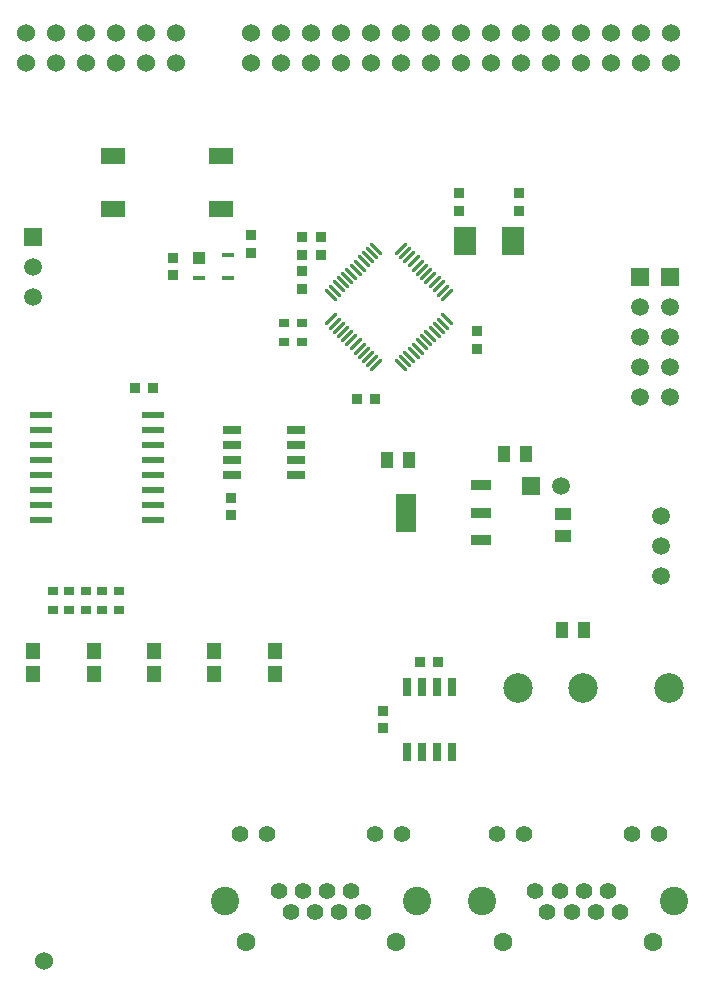
<source format=gbr>
G04*
G04 #@! TF.GenerationSoftware,Altium Limited,Altium Designer,22.4.2 (48)*
G04*
G04 Layer_Color=255*
%FSLAX25Y25*%
%MOIN*%
G70*
G04*
G04 #@! TF.SameCoordinates,486E1BA3-CE48-4A1D-B67F-52F2D9AC8645*
G04*
G04*
G04 #@! TF.FilePolarity,Positive*
G04*
G01*
G75*
%ADD21R,0.03900X0.01500*%
%ADD22R,0.03900X0.03900*%
%ADD23R,0.03937X0.05315*%
%ADD24R,0.05315X0.03937*%
%ADD25R,0.07480X0.09449*%
%ADD26R,0.07378X0.02197*%
%ADD27R,0.06004X0.02559*%
%ADD28R,0.02756X0.06102*%
%ADD29R,0.06890X0.12598*%
%ADD30R,0.06890X0.03740*%
G04:AMPARAMS|DCode=31|XSize=11.81mil|YSize=57.09mil|CornerRadius=0mil|HoleSize=0mil|Usage=FLASHONLY|Rotation=225.000|XOffset=0mil|YOffset=0mil|HoleType=Round|Shape=Round|*
%AMOVALD31*
21,1,0.04528,0.01181,0.00000,0.00000,315.0*
1,1,0.01181,-0.01601,0.01601*
1,1,0.01181,0.01601,-0.01601*
%
%ADD31OVALD31*%

G04:AMPARAMS|DCode=32|XSize=11.81mil|YSize=57.09mil|CornerRadius=0mil|HoleSize=0mil|Usage=FLASHONLY|Rotation=315.000|XOffset=0mil|YOffset=0mil|HoleType=Round|Shape=Round|*
%AMOVALD32*
21,1,0.04528,0.01181,0.00000,0.00000,45.0*
1,1,0.01181,-0.01601,-0.01601*
1,1,0.01181,0.01601,0.01601*
%
%ADD32OVALD32*%

%ADD33R,0.08268X0.05512*%
%ADD34R,0.03347X0.02756*%
%ADD35R,0.04528X0.05315*%
%ADD36R,0.03740X0.03740*%
%ADD37R,0.03740X0.03740*%
%ADD71C,0.06299*%
%ADD72C,0.09449*%
%ADD73C,0.05512*%
%ADD74C,0.09843*%
%ADD75C,0.05906*%
%ADD76R,0.05906X0.05906*%
%ADD77R,0.05906X0.05906*%
%ADD78C,0.06000*%
D21*
X176900Y350800D02*
D03*
Y343200D02*
D03*
X167100D02*
D03*
D22*
Y350000D02*
D03*
D23*
X268858Y284500D02*
D03*
X276142D02*
D03*
X229811Y282500D02*
D03*
X237094D02*
D03*
X288358Y226000D02*
D03*
X295642D02*
D03*
D24*
X288500Y257358D02*
D03*
Y264642D02*
D03*
D25*
X272071Y355500D02*
D03*
X255929D02*
D03*
D26*
X114722Y297500D02*
D03*
Y292500D02*
D03*
Y287500D02*
D03*
Y282500D02*
D03*
Y277500D02*
D03*
Y272500D02*
D03*
Y267500D02*
D03*
Y262500D02*
D03*
X152000D02*
D03*
Y267500D02*
D03*
Y272500D02*
D03*
Y277500D02*
D03*
Y282500D02*
D03*
Y287500D02*
D03*
Y297500D02*
D03*
Y292500D02*
D03*
D27*
X178323Y277500D02*
D03*
Y282500D02*
D03*
Y287500D02*
D03*
Y292500D02*
D03*
X199677D02*
D03*
Y287500D02*
D03*
Y282500D02*
D03*
Y277500D02*
D03*
D28*
X251500Y206728D02*
D03*
X246500D02*
D03*
X241500D02*
D03*
X236500D02*
D03*
Y185272D02*
D03*
X241500D02*
D03*
X246500D02*
D03*
X251500D02*
D03*
D29*
X236313Y265000D02*
D03*
D30*
X261116Y274055D02*
D03*
Y265000D02*
D03*
Y255945D02*
D03*
D31*
X249918Y329394D02*
D03*
X248526Y328002D02*
D03*
X247134Y326610D02*
D03*
X245742Y325218D02*
D03*
X244350Y323826D02*
D03*
X242958Y322434D02*
D03*
X241566Y321042D02*
D03*
X240174Y319650D02*
D03*
X238782Y318258D02*
D03*
X237390Y316866D02*
D03*
X235998Y315474D02*
D03*
X234606Y314082D02*
D03*
X211082Y337606D02*
D03*
X212474Y338998D02*
D03*
X213866Y340390D02*
D03*
X215258Y341782D02*
D03*
X216650Y343174D02*
D03*
X218042Y344566D02*
D03*
X219434Y345958D02*
D03*
X220826Y347350D02*
D03*
X222218Y348742D02*
D03*
X223610Y350134D02*
D03*
X225002Y351526D02*
D03*
X226394Y352918D02*
D03*
D32*
Y314082D02*
D03*
X225002Y315474D02*
D03*
X223610Y316866D02*
D03*
X222218Y318258D02*
D03*
X220826Y319650D02*
D03*
X219434Y321042D02*
D03*
X218042Y322434D02*
D03*
X216650Y323826D02*
D03*
X215258Y325218D02*
D03*
X213866Y326610D02*
D03*
X212474Y328002D02*
D03*
X211082Y329394D02*
D03*
X234606Y352918D02*
D03*
X235998Y351526D02*
D03*
X237390Y350134D02*
D03*
X238782Y348742D02*
D03*
X240174Y347350D02*
D03*
X241566Y345958D02*
D03*
X242958Y344566D02*
D03*
X244350Y343174D02*
D03*
X245742Y341782D02*
D03*
X247134Y340390D02*
D03*
X248526Y338998D02*
D03*
X249918Y337606D02*
D03*
D33*
X174413Y383858D02*
D03*
X138587D02*
D03*
X174413Y366142D02*
D03*
X138587D02*
D03*
D34*
X140425Y232524D02*
D03*
Y239020D02*
D03*
X134925Y232524D02*
D03*
Y239020D02*
D03*
X129425Y232524D02*
D03*
Y239020D02*
D03*
X201500Y321827D02*
D03*
Y328323D02*
D03*
X195500Y321827D02*
D03*
Y328323D02*
D03*
X123925Y232524D02*
D03*
Y239020D02*
D03*
X118425Y232524D02*
D03*
Y239020D02*
D03*
D35*
X192465Y211251D02*
D03*
Y218731D02*
D03*
X172340Y211251D02*
D03*
Y218731D02*
D03*
X152215Y211251D02*
D03*
Y218731D02*
D03*
X132160Y218749D02*
D03*
Y211269D02*
D03*
X112035Y218749D02*
D03*
Y211269D02*
D03*
D36*
X151953Y306500D02*
D03*
X146047D02*
D03*
X241047Y215272D02*
D03*
X246953D02*
D03*
X225905Y303000D02*
D03*
X220000D02*
D03*
D37*
X178000Y264047D02*
D03*
Y269953D02*
D03*
X228500Y193047D02*
D03*
Y198953D02*
D03*
X254059Y365547D02*
D03*
Y371453D02*
D03*
X273941Y365547D02*
D03*
Y371453D02*
D03*
X201500Y339500D02*
D03*
Y345406D02*
D03*
X260000Y325500D02*
D03*
Y319595D02*
D03*
X201500Y351000D02*
D03*
Y356906D02*
D03*
X207750Y351000D02*
D03*
Y356906D02*
D03*
X158500Y344047D02*
D03*
Y349953D02*
D03*
X184500Y351547D02*
D03*
Y357453D02*
D03*
D71*
X268445Y122000D02*
D03*
X318445D02*
D03*
X232945D02*
D03*
X182945D02*
D03*
D72*
X261457Y135504D02*
D03*
X325433D02*
D03*
X239933D02*
D03*
X175957D02*
D03*
D73*
X266437Y157984D02*
D03*
X275453D02*
D03*
X311437D02*
D03*
X320453D02*
D03*
X279390Y139008D02*
D03*
X283405Y132000D02*
D03*
X287421Y139008D02*
D03*
X291437Y132000D02*
D03*
X295453Y139008D02*
D03*
X299468Y132000D02*
D03*
X303484Y139008D02*
D03*
X307500Y132000D02*
D03*
X222000D02*
D03*
X217984Y139008D02*
D03*
X213968Y132000D02*
D03*
X209953Y139008D02*
D03*
X205937Y132000D02*
D03*
X201921Y139008D02*
D03*
X197906Y132000D02*
D03*
X193890Y139008D02*
D03*
X234953Y157984D02*
D03*
X225937D02*
D03*
X189953D02*
D03*
X180937D02*
D03*
D74*
X295260Y206500D02*
D03*
X273606D02*
D03*
X324000D02*
D03*
D75*
X321285Y264000D02*
D03*
Y254000D02*
D03*
Y244000D02*
D03*
X288000Y274000D02*
D03*
X314356Y303500D02*
D03*
X324356D02*
D03*
X314356Y313500D02*
D03*
X324356D02*
D03*
Y323500D02*
D03*
X314356Y333500D02*
D03*
X324356D02*
D03*
X314356Y323500D02*
D03*
X112000Y347000D02*
D03*
Y337000D02*
D03*
D76*
X278000Y274000D02*
D03*
D77*
X314356Y343500D02*
D03*
X324356D02*
D03*
X112000Y357000D02*
D03*
D78*
X109500Y425000D02*
D03*
X119500D02*
D03*
X129500D02*
D03*
X139500D02*
D03*
X149500D02*
D03*
X159500D02*
D03*
Y415000D02*
D03*
X149500D02*
D03*
X109500D02*
D03*
X119500D02*
D03*
X129500D02*
D03*
X139500D02*
D03*
X234500Y425000D02*
D03*
X244500D02*
D03*
X254500D02*
D03*
X264500D02*
D03*
X274500D02*
D03*
X284500D02*
D03*
X294500D02*
D03*
X304500D02*
D03*
X314500D02*
D03*
X324500D02*
D03*
Y415000D02*
D03*
X314500D02*
D03*
X304500D02*
D03*
X294500D02*
D03*
X284500D02*
D03*
X274500D02*
D03*
X264500D02*
D03*
X254500D02*
D03*
X244500D02*
D03*
X234500D02*
D03*
X224500Y425000D02*
D03*
X214500D02*
D03*
X204500D02*
D03*
X194500D02*
D03*
X184500D02*
D03*
X224500Y415000D02*
D03*
X214500D02*
D03*
X204500D02*
D03*
X194500D02*
D03*
X184500D02*
D03*
X115500Y115417D02*
D03*
M02*

</source>
